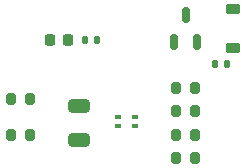
<source format=gtp>
%TF.GenerationSoftware,KiCad,Pcbnew,8.0.2*%
%TF.CreationDate,2024-12-26T16:21:06-05:00*%
%TF.ProjectId,Temp and Humidity Sensor,54656d70-2061-46e6-9420-48756d696469,rev?*%
%TF.SameCoordinates,Original*%
%TF.FileFunction,Paste,Top*%
%TF.FilePolarity,Positive*%
%FSLAX46Y46*%
G04 Gerber Fmt 4.6, Leading zero omitted, Abs format (unit mm)*
G04 Created by KiCad (PCBNEW 8.0.2) date 2024-12-26 16:21:06*
%MOMM*%
%LPD*%
G01*
G04 APERTURE LIST*
G04 Aperture macros list*
%AMRoundRect*
0 Rectangle with rounded corners*
0 $1 Rounding radius*
0 $2 $3 $4 $5 $6 $7 $8 $9 X,Y pos of 4 corners*
0 Add a 4 corners polygon primitive as box body*
4,1,4,$2,$3,$4,$5,$6,$7,$8,$9,$2,$3,0*
0 Add four circle primitives for the rounded corners*
1,1,$1+$1,$2,$3*
1,1,$1+$1,$4,$5*
1,1,$1+$1,$6,$7*
1,1,$1+$1,$8,$9*
0 Add four rect primitives between the rounded corners*
20,1,$1+$1,$2,$3,$4,$5,0*
20,1,$1+$1,$4,$5,$6,$7,0*
20,1,$1+$1,$6,$7,$8,$9,0*
20,1,$1+$1,$8,$9,$2,$3,0*%
G04 Aperture macros list end*
%ADD10RoundRect,0.218750X-0.218750X-0.256250X0.218750X-0.256250X0.218750X0.256250X-0.218750X0.256250X0*%
%ADD11RoundRect,0.200000X0.200000X0.275000X-0.200000X0.275000X-0.200000X-0.275000X0.200000X-0.275000X0*%
%ADD12RoundRect,0.250000X-0.650000X0.325000X-0.650000X-0.325000X0.650000X-0.325000X0.650000X0.325000X0*%
%ADD13RoundRect,0.200000X-0.200000X-0.275000X0.200000X-0.275000X0.200000X0.275000X-0.200000X0.275000X0*%
%ADD14RoundRect,0.225000X-0.375000X0.225000X-0.375000X-0.225000X0.375000X-0.225000X0.375000X0.225000X0*%
%ADD15RoundRect,0.135000X-0.135000X-0.185000X0.135000X-0.185000X0.135000X0.185000X-0.135000X0.185000X0*%
%ADD16RoundRect,0.150000X0.150000X-0.512500X0.150000X0.512500X-0.150000X0.512500X-0.150000X-0.512500X0*%
%ADD17RoundRect,0.135000X0.135000X0.185000X-0.135000X0.185000X-0.135000X-0.185000X0.135000X-0.185000X0*%
%ADD18R,0.500000X0.300000*%
G04 APERTURE END LIST*
D10*
%TO.C,D2*%
X120502500Y-43000000D03*
X122077500Y-43000000D03*
%TD*%
D11*
%TO.C,R2*%
X118825000Y-51000000D03*
X117175000Y-51000000D03*
%TD*%
%TO.C,R1*%
X118825000Y-48000000D03*
X117175000Y-48000000D03*
%TD*%
D12*
%TO.C,C1*%
X123000000Y-48525000D03*
X123000000Y-51475000D03*
%TD*%
D13*
%TO.C,R4*%
X131175000Y-53000000D03*
X132825000Y-53000000D03*
%TD*%
D14*
%TO.C,D1*%
X136000000Y-40350000D03*
X136000000Y-43650000D03*
%TD*%
D15*
%TO.C,R5*%
X123490000Y-43000000D03*
X124510000Y-43000000D03*
%TD*%
D16*
%TO.C,Q1*%
X131050000Y-43137500D03*
X132950000Y-43137500D03*
X132000000Y-40862500D03*
%TD*%
D13*
%TO.C,R3*%
X131175000Y-47000000D03*
X132825000Y-47000000D03*
%TD*%
%TO.C,R7*%
X131175000Y-51000000D03*
X132825000Y-51000000D03*
%TD*%
%TO.C,R6*%
X131175000Y-49000000D03*
X132825000Y-49000000D03*
%TD*%
D17*
%TO.C,R8*%
X135510000Y-45000000D03*
X134490000Y-45000000D03*
%TD*%
D18*
%TO.C,U1*%
X127700000Y-50300000D03*
X127700000Y-49500000D03*
X126300000Y-49500000D03*
X126300000Y-50300000D03*
%TD*%
M02*

</source>
